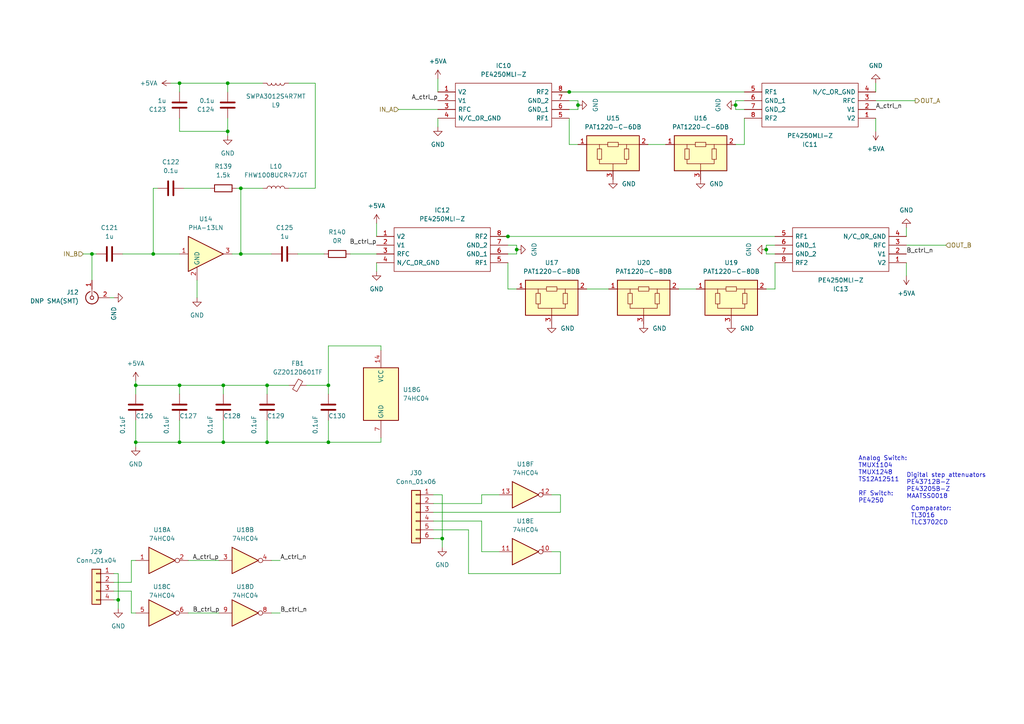
<source format=kicad_sch>
(kicad_sch (version 20211123) (generator eeschema)
  (paper "A4")
  (lib_symbols
    (symbol "74xx:74HC04"
      (property "Reference" "U" (at 0 1.27 0))
      (property "Value" "74HC04" (at 0 -1.27 0))
      (symbol "74HC04_1_0"
        (polyline (pts (xy -3.81 3.81) (xy -3.81 -3.81) (xy 3.81 0) (xy -3.81 3.81)) (stroke (width 0.254)) (fill (type background)))
        (pin input line (at -7.62 0 0) (length 3.81) (name "~") (number "1"))
        (pin output inverted (at 7.62 0 180) (length 3.81) (name "~") (number "2"))
      )
      (symbol "74HC04_2_0"
        (polyline (pts (xy -3.81 3.81) (xy -3.81 -3.81) (xy 3.81 0) (xy -3.81 3.81)) (stroke (width 0.254)) (fill (type background)))
        (pin input line (at -7.62 0 0) (length 3.81) (name "~") (number "3"))
        (pin output inverted (at 7.62 0 180) (length 3.81) (name "~") (number "4"))
      )
      (symbol "74HC04_3_0"
        (polyline (pts (xy -3.81 3.81) (xy -3.81 -3.81) (xy 3.81 0) (xy -3.81 3.81)) (stroke (width 0.254)) (fill (type background)))
        (pin input line (at -7.62 0 0) (length 3.81) (name "~") (number "5"))
        (pin output inverted (at 7.62 0 180) (length 3.81) (name "~") (number "6"))
      )
      (symbol "74HC04_4_0"
        (polyline (pts (xy -3.81 3.81) (xy -3.81 -3.81) (xy 3.81 0) (xy -3.81 3.81)) (stroke (width 0.254)) (fill (type background)))
        (pin output inverted (at 7.62 0 180) (length 3.81) (name "~") (number "8"))
        (pin input line (at -7.62 0 0) (length 3.81) (name "~") (number "9"))
      )
      (symbol "74HC04_5_0"
        (polyline (pts (xy -3.81 3.81) (xy -3.81 -3.81) (xy 3.81 0) (xy -3.81 3.81)) (stroke (width 0.254)) (fill (type background)))
        (pin output inverted (at 7.62 0 180) (length 3.81) (name "~") (number "10"))
        (pin input line (at -7.62 0 0) (length 3.81) (name "~") (number "11"))
      )
      (symbol "74HC04_6_0"
        (polyline (pts (xy -3.81 3.81) (xy -3.81 -3.81) (xy 3.81 0) (xy -3.81 3.81)) (stroke (width 0.254)) (fill (type background)))
        (pin output inverted (at 7.62 0 180) (length 3.81) (name "~") (number "12"))
        (pin input line (at -7.62 0 0) (length 3.81) (name "~") (number "13"))
      )
      (symbol "74HC04_7_0"
        (pin power_in line (at 0 12.7 270) (length 5.08) (name "VCC") (number "14"))
        (pin power_in line (at 0 -12.7 90) (length 5.08) (name "GND") (number "7"))
      )
      (symbol "74HC04_7_1"
        (rectangle (start -5.08 7.62) (end 5.08 -7.62) (stroke (width 0.254)) (fill (type background)))
      )
    )
    (symbol "Connector:Conn_Coaxial" (pin_names (offset 1.016) hide)
      (property "Reference" "J" (at 0.254 3.048 0))
      (property "Value" "Conn_Coaxial" (at 2.921 0 90))
      (symbol "Conn_Coaxial_0_1"
        (arc (start -1.778 -0.508) (mid 0.2311 -1.8066) (end 1.778 0) (stroke (width 0.254)))
        (polyline (pts (xy -2.54 0) (xy -0.508 0)))
        (polyline (pts (xy 0 -2.54) (xy 0 -1.778)))
        (circle (center 0 0) (radius 0.508) (stroke (width 0.2032)))
        (arc (start 1.778 0) (mid 0.2099 1.8101) (end -1.778 0.508) (stroke (width 0.254)))
      )
      (symbol "Conn_Coaxial_1_1"
        (pin passive line (at -5.08 0 0) (length 2.54) (name "In") (number "1"))
        (pin passive line (at 0 -5.08 90) (length 2.54) (name "Ext") (number "2"))
      )
    )
    (symbol "Connector_Generic:Conn_01x04" (pin_names (offset 1.016) hide)
      (property "Reference" "J" (at 0 5.08 0))
      (property "Value" "Conn_01x04" (at 0 -7.62 0))
      (symbol "Conn_01x04_1_1"
        (rectangle (start -1.27 -4.953) (end 0 -5.207) (stroke (width 0.1524)))
        (rectangle (start -1.27 -2.413) (end 0 -2.667) (stroke (width 0.1524)))
        (rectangle (start -1.27 0.127) (end 0 -0.127) (stroke (width 0.1524)))
        (rectangle (start -1.27 2.667) (end 0 2.413) (stroke (width 0.1524)))
        (rectangle (start -1.27 3.81) (end 1.27 -6.35) (stroke (width 0.254)) (fill (type background)))
        (pin passive line (at -5.08 2.54 0) (length 3.81) (name "Pin_1") (number "1"))
        (pin passive line (at -5.08 0 0) (length 3.81) (name "Pin_2") (number "2"))
        (pin passive line (at -5.08 -2.54 0) (length 3.81) (name "Pin_3") (number "3"))
        (pin passive line (at -5.08 -5.08 0) (length 3.81) (name "Pin_4") (number "4"))
      )
    )
    (symbol "Connector_Generic:Conn_01x06" (pin_names (offset 1.016) hide)
      (property "Reference" "J" (at 0 7.62 0))
      (property "Value" "Conn_01x06" (at 0 -10.16 0))
      (symbol "Conn_01x06_1_1"
        (rectangle (start -1.27 -7.493) (end 0 -7.747) (stroke (width 0.1524)))
        (rectangle (start -1.27 -4.953) (end 0 -5.207) (stroke (width 0.1524)))
        (rectangle (start -1.27 -2.413) (end 0 -2.667) (stroke (width 0.1524)))
        (rectangle (start -1.27 0.127) (end 0 -0.127) (stroke (width 0.1524)))
        (rectangle (start -1.27 2.667) (end 0 2.413) (stroke (width 0.1524)))
        (rectangle (start -1.27 5.207) (end 0 4.953) (stroke (width 0.1524)))
        (rectangle (start -1.27 6.35) (end 1.27 -8.89) (stroke (width 0.254)) (fill (type background)))
        (pin passive line (at -5.08 5.08 0) (length 3.81) (name "Pin_1") (number "1"))
        (pin passive line (at -5.08 2.54 0) (length 3.81) (name "Pin_2") (number "2"))
        (pin passive line (at -5.08 0 0) (length 3.81) (name "Pin_3") (number "3"))
        (pin passive line (at -5.08 -2.54 0) (length 3.81) (name "Pin_4") (number "4"))
        (pin passive line (at -5.08 -5.08 0) (length 3.81) (name "Pin_5") (number "5"))
        (pin passive line (at -5.08 -7.62 0) (length 3.81) (name "Pin_6") (number "6"))
      )
    )
    (symbol "Device:C" (pin_numbers hide) (pin_names (offset 0.254))
      (property "Reference" "C" (at 0.635 2.54 0))
      (property "Value" "C" (at 0.635 -2.54 0))
      (symbol "C_0_1"
        (polyline (pts (xy -2.032 -0.762) (xy 2.032 -0.762)) (stroke (width 0.508)))
        (polyline (pts (xy -2.032 0.762) (xy 2.032 0.762)) (stroke (width 0.508)))
      )
      (symbol "C_1_1"
        (pin passive line (at 0 3.81 270) (length 2.794) (name "~") (number "1"))
        (pin passive line (at 0 -3.81 90) (length 2.794) (name "~") (number "2"))
      )
    )
    (symbol "Device:FerriteBead_Small" (pin_numbers hide) (pin_names (offset 0))
      (property "Reference" "FB" (at 1.905 1.27 0))
      (property "Value" "FerriteBead_Small" (at 1.905 -1.27 0))
      (symbol "FerriteBead_Small_0_1"
        (polyline (pts (xy 0 -1.27) (xy 0 -0.7874)))
        (polyline (pts (xy 0 0.889) (xy 0 1.2954)))
        (polyline (pts (xy -1.8288 0.2794) (xy -1.1176 1.4986) (xy 1.8288 -0.2032) (xy 1.1176 -1.4224) (xy -1.8288 0.2794)))
      )
      (symbol "FerriteBead_Small_1_1"
        (pin passive line (at 0 2.54 270) (length 1.27) (name "~") (number "1"))
        (pin passive line (at 0 -2.54 90) (length 1.27) (name "~") (number "2"))
      )
    )
    (symbol "Device:L" (pin_numbers hide) (pin_names (offset 1.016) hide)
      (property "Reference" "L" (at -1.27 0 90))
      (property "Value" "L" (at 1.905 0 90))
      (symbol "L_0_1"
        (arc (start 0 -2.54) (mid 0.635 -1.905) (end 0 -1.27))
        (arc (start 0 -1.27) (mid 0.635 -0.635) (end 0 0))
        (arc (start 0 0) (mid 0.635 0.635) (end 0 1.27))
        (arc (start 0 1.27) (mid 0.635 1.905) (end 0 2.54))
      )
      (symbol "L_1_1"
        (pin passive line (at 0 3.81 270) (length 1.27) (name "1") (number "1"))
        (pin passive line (at 0 -3.81 90) (length 1.27) (name "2") (number "2"))
      )
    )
    (symbol "Device:R" (pin_numbers hide) (pin_names (offset 0))
      (property "Reference" "R" (at 2.032 0 90))
      (property "Value" "R" (at 0 0 90))
      (symbol "R_0_1"
        (rectangle (start -1.016 -2.54) (end 1.016 2.54) (stroke (width 0.254)))
      )
      (symbol "R_1_1"
        (pin passive line (at 0 3.81 270) (length 1.27) (name "~") (number "1"))
        (pin passive line (at 0 -3.81 90) (length 1.27) (name "~") (number "2"))
      )
    )
    (symbol "RF:PAT1220-C-6DB"
      (property "Reference" "U" (at -6.35 6.35 0))
      (property "Value" "PAT1220-C-6DB" (at 5.08 6.35 0))
      (symbol "PAT1220-C-6DB_0_1"
        (rectangle (start -7.62 5.08) (end 7.62 -5.08) (stroke (width 0.254)) (fill (type background)))
        (polyline (pts (xy -3.937 -3.048) (xy 3.937 -3.048)))
        (polyline (pts (xy -3.937 1.27) (xy -3.937 2.54)))
        (polyline (pts (xy -1.524 2.54) (xy -7.62 2.54)))
        (polyline (pts (xy 0 -5.08) (xy 0 -3.048)))
        (polyline (pts (xy 3.937 1.27) (xy 3.937 2.54)))
        (pin passive line (at 0 -7.62 90) (length 2.54) (name "~") (number "3"))
      )
      (symbol "PAT1220-C-6DB_1_1"
        (rectangle (start -4.572 -1.778) (end -3.302 1.27))
        (rectangle (start -1.524 3.175) (end 1.524 1.905))
        (polyline (pts (xy -3.937 -3.048) (xy -3.937 -1.778)))
        (polyline (pts (xy 3.937 -3.048) (xy 3.937 -1.778)))
        (polyline (pts (xy 7.62 2.54) (xy 1.524 2.54)))
        (rectangle (start 3.302 -1.778) (end 4.572 1.27))
        (pin passive line (at -10.16 2.54 0) (length 2.54) (name "~") (number "1"))
        (pin passive line (at 10.16 2.54 180) (length 2.54) (name "~") (number "2"))
      )
    )
    (symbol "RF_Amplifier:PHA-13LN"
      (property "Reference" "U" (at -1.27 7.62 0))
      (property "Value" "PHA-13LN" (at 2.54 5.08 0))
      (symbol "PHA-13LN_0_1"
        (polyline (pts (xy 5.08 0) (xy -5.08 5.08) (xy -5.08 -5.08) (xy 5.08 0)) (stroke (width 0.254)) (fill (type background)))
      )
      (symbol "PHA-13LN_1_1"
        (pin input line (at -7.62 0 0) (length 2.54) (name "~") (number "1"))
        (pin power_in line (at -2.54 -7.62 90) (length 3.81) (name "GND") (number "2"))
        (pin output line (at 7.62 0 180) (length 2.54) (name "~") (number "3"))
      )
    )
    (symbol "SamacSys_Parts:PE4250MLI-Z" (pin_names (offset 0.762))
      (property "Reference" "IC" (at 34.29 7.62 0))
      (property "Value" "PE4250MLI-Z" (at 34.29 5.08 0))
      (symbol "PE4250MLI-Z_0_0"
        (pin passive line (at 0 0 0) (length 5.08) (name "V2") (number "1"))
        (pin passive line (at 0 -2.54 0) (length 5.08) (name "V1") (number "2"))
        (pin passive line (at 0 -5.08 0) (length 5.08) (name "RFC") (number "3"))
        (pin passive line (at 0 -7.62 0) (length 5.08) (name "N/C_OR_GND") (number "4"))
        (pin passive line (at 38.1 -7.62 180) (length 5.08) (name "RF1") (number "5"))
        (pin passive line (at 38.1 -5.08 180) (length 5.08) (name "GND_1") (number "6"))
        (pin passive line (at 38.1 -2.54 180) (length 5.08) (name "GND_2") (number "7"))
        (pin passive line (at 38.1 0 180) (length 5.08) (name "RF2") (number "8"))
      )
      (symbol "PE4250MLI-Z_0_1"
        (polyline (pts (xy 5.08 2.54) (xy 33.02 2.54) (xy 33.02 -10.16) (xy 5.08 -10.16) (xy 5.08 2.54)) (stroke (width 0.1524)))
      )
    )
    (symbol "power:+5VA" (power) (pin_names (offset 0))
      (property "Value" "+5VA" (at 0 3.556 0))
      (symbol "+5VA_0_1"
        (polyline (pts (xy -0.762 1.27) (xy 0 2.54)))
        (polyline (pts (xy 0 0) (xy 0 2.54)))
        (polyline (pts (xy 0 2.54) (xy 0.762 1.27)))
      )
      (symbol "+5VA_1_1"
        (pin power_in line (at 0 0 90) (length 0) hide (name "+5VA") (number "1"))
      )
    )
    (symbol "power:GND" (power) (pin_names (offset 0))
      (property "Value" "GND" (at 0 -3.81 0))
      (symbol "GND_0_1"
        (polyline (pts (xy 0 0) (xy 0 -1.27) (xy 1.27 -1.27) (xy 0 -2.54) (xy -1.27 -1.27) (xy 0 -1.27)))
      )
      (symbol "GND_1_1"
        (pin power_in line (at 0 0 270) (length 0) hide (name "GND") (number "1"))
      )
    )
  )
  (junction (at 64.77 128.27))
  (junction (at 77.47 111.76))
  (junction (at 34.29 173.99))
  (junction (at 52.07 24.13))
  (junction (at 167.64 30.48))
  (junction (at 39.37 128.27))
  (junction (at 64.77 111.76))
  (junction (at 95.25 111.76))
  (junction (at 69.85 54.61))
  (junction (at 222.25 72.39))
  (junction (at 52.07 128.27))
  (junction (at 52.07 111.76))
  (junction (at 39.37 111.76))
  (junction (at 44.45 73.66))
  (junction (at 165.1 26.67))
  (junction (at 213.36 30.48))
  (junction (at 66.04 38.1))
  (junction (at 26.67 73.66))
  (junction (at 77.47 128.27))
  (junction (at 66.04 24.13))
  (junction (at 95.25 128.27))
  (junction (at 69.85 73.66))
  (junction (at 128.27 156.21))
  (junction (at 147.32 68.58))
  (junction (at 149.86 72.39))
  (wire (pts (xy 64.77 111.76) (xy 52.07 111.76)))
  (wire (pts (xy 38.1 177.8) (xy 39.37 177.8)))
  (wire (pts (xy 39.37 121.92) (xy 39.37 128.27)))
  (wire (pts (xy 149.86 71.12) (xy 149.86 72.39)))
  (wire (pts (xy 54.61 162.56) (xy 63.5 162.56)))
  (wire (pts (xy 224.79 73.66) (xy 222.25 73.66)))
  (wire (pts (xy 95.25 128.27) (xy 110.49 128.27)))
  (wire (pts (xy 38.1 171.45) (xy 38.1 177.8)))
  (wire (pts (xy 147.32 83.82) (xy 149.86 83.82)))
  (wire (pts (xy 66.04 39.37) (xy 66.04 38.1)))
  (wire (pts (xy 44.45 54.61) (xy 45.72 54.61)))
  (wire (pts (xy 26.67 81.28) (xy 26.67 73.66)))
  (wire (pts (xy 69.85 54.61) (xy 69.85 73.66)))
  (wire (pts (xy 39.37 111.76) (xy 39.37 114.3)))
  (wire (pts (xy 44.45 73.66) (xy 44.45 54.61)))
  (wire (pts (xy 139.7 143.51) (xy 139.7 146.05)))
  (wire (pts (xy 274.32 71.12) (xy 262.89 71.12)))
  (wire (pts (xy 165.1 29.21) (xy 167.64 29.21)))
  (wire (pts (xy 52.07 73.66) (xy 44.45 73.66)))
  (wire (pts (xy 57.15 86.36) (xy 57.15 81.28)))
  (wire (pts (xy 77.47 121.92) (xy 77.47 128.27)))
  (wire (pts (xy 128.27 158.75) (xy 128.27 156.21)))
  (wire (pts (xy 76.2 54.61) (xy 69.85 54.61)))
  (wire (pts (xy 77.47 114.3) (xy 77.47 111.76)))
  (wire (pts (xy 101.6 73.66) (xy 109.22 73.66)))
  (wire (pts (xy 33.02 171.45) (xy 38.1 171.45)))
  (wire (pts (xy 139.7 146.05) (xy 125.73 146.05)))
  (wire (pts (xy 52.07 121.92) (xy 52.07 128.27)))
  (wire (pts (xy 64.77 121.92) (xy 64.77 128.27)))
  (wire (pts (xy 125.73 153.67) (xy 135.89 153.67)))
  (wire (pts (xy 64.77 128.27) (xy 52.07 128.27)))
  (wire (pts (xy 39.37 110.49) (xy 39.37 111.76)))
  (wire (pts (xy 139.7 160.02) (xy 139.7 151.13)))
  (wire (pts (xy 135.89 153.67) (xy 135.89 166.37)))
  (wire (pts (xy 162.56 160.02) (xy 162.56 166.37)))
  (wire (pts (xy 91.44 54.61) (xy 83.82 54.61)))
  (wire (pts (xy 38.1 162.56) (xy 39.37 162.56)))
  (wire (pts (xy 68.58 54.61) (xy 69.85 54.61)))
  (wire (pts (xy 222.25 71.12) (xy 222.25 72.39)))
  (wire (pts (xy 224.79 83.82) (xy 222.25 83.82)))
  (wire (pts (xy 33.02 86.36) (xy 31.75 86.36)))
  (wire (pts (xy 91.44 24.13) (xy 83.82 24.13)))
  (wire (pts (xy 127 36.83) (xy 127 34.29)))
  (wire (pts (xy 26.67 73.66) (xy 27.94 73.66)))
  (wire (pts (xy 160.02 160.02) (xy 162.56 160.02)))
  (wire (pts (xy 86.36 73.66) (xy 93.98 73.66)))
  (wire (pts (xy 162.56 143.51) (xy 160.02 143.51)))
  (wire (pts (xy 39.37 128.27) (xy 39.37 129.54)))
  (wire (pts (xy 91.44 24.13) (xy 91.44 54.61)))
  (wire (pts (xy 34.29 166.37) (xy 34.29 173.99)))
  (wire (pts (xy 81.28 177.8) (xy 78.74 177.8)))
  (wire (pts (xy 38.1 162.56) (xy 38.1 168.91)))
  (wire (pts (xy 262.89 80.01) (xy 262.89 76.2)))
  (wire (pts (xy 83.82 111.76) (xy 77.47 111.76)))
  (wire (pts (xy 63.5 177.8) (xy 54.61 177.8)))
  (wire (pts (xy 125.73 143.51) (xy 128.27 143.51)))
  (wire (pts (xy 224.79 71.12) (xy 222.25 71.12)))
  (wire (pts (xy 52.07 128.27) (xy 39.37 128.27)))
  (wire (pts (xy 52.07 38.1) (xy 52.07 34.29)))
  (wire (pts (xy 66.04 24.13) (xy 76.2 24.13)))
  (wire (pts (xy 254 38.1) (xy 254 34.29)))
  (wire (pts (xy 149.86 73.66) (xy 149.86 72.39)))
  (wire (pts (xy 265.43 29.21) (xy 254 29.21)))
  (wire (pts (xy 95.25 128.27) (xy 77.47 128.27)))
  (wire (pts (xy 115.57 31.75) (xy 127 31.75)))
  (wire (pts (xy 52.07 114.3) (xy 52.07 111.76)))
  (wire (pts (xy 77.47 128.27) (xy 64.77 128.27)))
  (wire (pts (xy 24.13 73.66) (xy 26.67 73.66)))
  (wire (pts (xy 110.49 100.33) (xy 95.25 100.33)))
  (wire (pts (xy 81.28 162.56) (xy 78.74 162.56)))
  (wire (pts (xy 49.53 24.13) (xy 52.07 24.13)))
  (wire (pts (xy 165.1 31.75) (xy 167.64 31.75)))
  (wire (pts (xy 165.1 34.29) (xy 165.1 41.91)))
  (wire (pts (xy 167.64 31.75) (xy 167.64 30.48)))
  (wire (pts (xy 34.29 176.53) (xy 34.29 173.99)))
  (wire (pts (xy 95.25 121.92) (xy 95.25 128.27)))
  (wire (pts (xy 196.85 83.82) (xy 201.93 83.82)))
  (wire (pts (xy 147.32 71.12) (xy 149.86 71.12)))
  (wire (pts (xy 52.07 24.13) (xy 66.04 24.13)))
  (wire (pts (xy 127 22.86) (xy 127 26.67)))
  (wire (pts (xy 167.64 29.21) (xy 167.64 30.48)))
  (wire (pts (xy 66.04 26.67) (xy 66.04 24.13)))
  (wire (pts (xy 147.32 68.58) (xy 224.79 68.58)))
  (wire (pts (xy 139.7 151.13) (xy 125.73 151.13)))
  (wire (pts (xy 60.96 54.61) (xy 53.34 54.61)))
  (wire (pts (xy 254 24.13) (xy 254 26.67)))
  (wire (pts (xy 162.56 26.67) (xy 165.1 26.67)))
  (wire (pts (xy 88.9 111.76) (xy 95.25 111.76)))
  (wire (pts (xy 147.32 76.2) (xy 147.32 83.82)))
  (wire (pts (xy 66.04 38.1) (xy 52.07 38.1)))
  (wire (pts (xy 125.73 148.59) (xy 162.56 148.59)))
  (wire (pts (xy 52.07 111.76) (xy 39.37 111.76)))
  (wire (pts (xy 213.36 29.21) (xy 213.36 30.48)))
  (wire (pts (xy 128.27 156.21) (xy 125.73 156.21)))
  (wire (pts (xy 109.22 64.77) (xy 109.22 68.58)))
  (wire (pts (xy 33.02 166.37) (xy 34.29 166.37)))
  (wire (pts (xy 109.22 78.74) (xy 109.22 76.2)))
  (wire (pts (xy 110.49 101.6) (xy 110.49 100.33)))
  (wire (pts (xy 170.18 83.82) (xy 176.53 83.82)))
  (wire (pts (xy 139.7 143.51) (xy 144.78 143.51)))
  (wire (pts (xy 135.89 166.37) (xy 162.56 166.37)))
  (wire (pts (xy 144.78 160.02) (xy 139.7 160.02)))
  (wire (pts (xy 69.85 73.66) (xy 78.74 73.66)))
  (wire (pts (xy 52.07 26.67) (xy 52.07 24.13)))
  (wire (pts (xy 69.85 73.66) (xy 67.31 73.66)))
  (wire (pts (xy 95.25 111.76) (xy 95.25 114.3)))
  (wire (pts (xy 38.1 168.91) (xy 33.02 168.91)))
  (wire (pts (xy 95.25 100.33) (xy 95.25 111.76)))
  (wire (pts (xy 147.32 73.66) (xy 149.86 73.66)))
  (wire (pts (xy 213.36 31.75) (xy 213.36 30.48)))
  (wire (pts (xy 215.9 31.75) (xy 213.36 31.75)))
  (wire (pts (xy 110.49 128.27) (xy 110.49 127)))
  (wire (pts (xy 64.77 114.3) (xy 64.77 111.76)))
  (wire (pts (xy 77.47 111.76) (xy 64.77 111.76)))
  (wire (pts (xy 262.89 66.04) (xy 262.89 68.58)))
  (wire (pts (xy 162.56 148.59) (xy 162.56 143.51)))
  (wire (pts (xy 128.27 143.51) (xy 128.27 156.21)))
  (wire (pts (xy 66.04 38.1) (xy 66.04 34.29)))
  (wire (pts (xy 187.96 41.91) (xy 193.04 41.91)))
  (wire (pts (xy 165.1 26.67) (xy 215.9 26.67)))
  (wire (pts (xy 35.56 73.66) (xy 44.45 73.66)))
  (wire (pts (xy 215.9 41.91) (xy 215.9 34.29)))
  (wire (pts (xy 213.36 41.91) (xy 215.9 41.91)))
  (wire (pts (xy 215.9 29.21) (xy 213.36 29.21)))
  (wire (pts (xy 144.78 68.58) (xy 147.32 68.58)))
  (wire (pts (xy 224.79 83.82) (xy 224.79 76.2)))
  (wire (pts (xy 165.1 41.91) (xy 167.64 41.91)))
  (wire (pts (xy 222.25 73.66) (xy 222.25 72.39)))
  (wire (pts (xy 34.29 173.99) (xy 33.02 173.99)))
  (text "Analog Switch:\nTMUX1104\nTMUX1248\nTS12A12511\n\nRF Switch:\nPE4250\n" (at 248.92 146.05 0) (effects (font (size 1.27 1.27)) (justify left bottom)))
  (text "Comparator:\nTL3016\nTLC3702CD\n" (at 264.16 152.4 0) (effects (font (size 1.27 1.27)) (justify left bottom)))
  (text "Digital step attenuators\nPE43712B-Z\nPE43205B-Z\nMAATSS0018" (at 262.89 144.78 0) (effects (font (size 1.27 1.27)) (justify left bottom)))
  (label "B_ctrl_p" (at 109.22 71.12 180))
  (label "A_ctrl_n" (at 254 31.75 0))
  (label "B_ctrl_n" (at 262.89 73.66 0))
  (label "A_ctrl_p" (at 127 29.21 180))
  (label "B_ctrl_n" (at 81.28 177.8 0))
  (label "B_ctrl_p" (at 55.88 177.8 0))
  (label "A_ctrl_n" (at 81.28 162.56 0))
  (label "A_ctrl_p" (at 63.5 162.56 180))
  (hierarchical_label "OUT_A" (shape output) (at 265.43 29.21 0))
  (hierarchical_label "OUT_B" (shape input) (at 274.32 71.12 0))
  (hierarchical_label "IN_B" (shape input) (at 24.13 73.66 180))
  (hierarchical_label "IN_A" (shape input) (at 115.57 31.75 180))
  (symbol (lib_id "Device:C") (at 49.53 54.61 90) (unit 1)
    (property "Reference" "C122" (at 49.53 46.99 90))
    (property "Value" "0.1u" (at 49.53 49.53 90))
    (property "Footprint" "Capacitor_SMD:C_0805_2012Metric" (effects hide))
  )
  (symbol (lib_id "74xx:74HC04") (at 152.4 143.51 0) (unit 6)
    (property "Reference" "U18" (at 152.4 134.62 0))
    (property "Value" "74HC04" (at 152.4 137.16 0))
    (property "Footprint" "Package_SO:SOIC-14_3.9x8.7mm_P1.27mm" (effects hide))
    (property "Datasheet" "https://assets.nexperia.com/documents/data-sheet/74HC_HCT04.pdf" (effects hide))
  )
  (symbol (lib_id "power:GND") (at 262.89 66.04 180) (unit 1)
    (property "Reference" "#PWR0281" (effects hide))
    (property "Value" "GND" (at 262.89 60.96 0))
  )
  (symbol (lib_id "RF:PAT1220-C-6DB") (at 212.09 86.36 0) (unit 1)
    (property "Reference" "U19" (at 212.09 76.2 0))
    (property "Value" "PAT1220-C-8DB" (at 212.09 78.74 0))
    (property "Footprint" "RF_Converter:RF_Attenuator_Susumu_PAT1220" (effects hide))
    (property "Datasheet" "https://www.susumu.co.jp/common/pdf/n_catalog_partition16_en.pdf" (effects hide))
  )
  (symbol (lib_id "Device:C") (at 52.07 30.48 0) (unit 1)
    (property "Reference" "C123" (at 48.26 31.7501 0) (effects (justify right)))
    (property "Value" "1u" (at 48.26 29.2101 0) (effects (justify right)))
    (property "Footprint" "Capacitor_SMD:C_1206_3216Metric" (effects hide))
  )
  (symbol (lib_id "power:+5VA") (at 109.22 64.77 0) (unit 1)
    (property "Reference" "#PWR0304" (effects hide))
    (property "Value" "+5VA" (at 109.22 59.69 0))
  )
  (symbol (lib_id "Device:R") (at 64.77 54.61 90) (unit 1)
    (property "Reference" "R139" (at 64.77 48.26 90))
    (property "Value" "1.5k" (at 64.77 50.8 90))
    (property "Footprint" "Resistor_SMD:R_0805_2012Metric" (effects hide))
  )
  (symbol (lib_id "power:+5VA") (at 254 38.1 180) (unit 1)
    (property "Reference" "#PWR0302" (effects hide))
    (property "Value" "+5VA" (at 254 43.18 0))
  )
  (symbol (lib_id "Device:C") (at 66.04 30.48 0) (unit 1)
    (property "Reference" "C124" (at 62.23 31.7501 0) (effects (justify right)))
    (property "Value" "0.1u" (at 62.23 29.2101 0) (effects (justify right)))
    (property "Footprint" "Capacitor_SMD:C_0603_1608Metric_Pad1.08x0.95mm_HandSolder" (effects hide))
  )
  (symbol (lib_id "Device:C") (at 82.55 73.66 90) (unit 1)
    (property "Reference" "C125" (at 82.55 66.04 90))
    (property "Value" "1u" (at 82.55 68.58 90))
    (property "Footprint" "Capacitor_SMD:C_1206_3216Metric" (effects hide))
  )
  (symbol (lib_id "Device:C") (at 31.75 73.66 90) (unit 1)
    (property "Reference" "C121" (at 31.75 66.04 90))
    (property "Value" "1u" (at 31.75 68.58 90))
    (property "Footprint" "Capacitor_SMD:C_1206_3216Metric" (effects hide))
  )
  (symbol (lib_id "74xx:74HC04") (at 46.99 162.56 0) (unit 1)
    (property "Reference" "U18" (at 46.99 153.67 0))
    (property "Value" "74HC04" (at 46.99 156.21 0))
    (property "Footprint" "Package_SO:SOIC-14_3.9x8.7mm_P1.27mm" (effects hide))
    (property "Datasheet" "https://assets.nexperia.com/documents/data-sheet/74HC_HCT04.pdf" (effects hide))
  )
  (symbol (lib_id "power:GND") (at 212.09 93.98 0) (unit 1)
    (property "Reference" "#PWR0280" (effects hide))
    (property "Value" "GND" (at 214.63 95.2499 0) (effects (justify left)))
  )
  (symbol (lib_id "RF:PAT1220-C-6DB") (at 203.2 44.45 0) (unit 1)
    (property "Reference" "U16" (at 203.2 34.29 0))
    (property "Value" "PAT1220-C-6DB" (at 203.2 36.83 0))
    (property "Footprint" "RF_Converter:RF_Attenuator_Susumu_PAT1220" (effects hide))
    (property "Datasheet" "https://www.susumu.co.jp/common/pdf/n_catalog_partition16_en.pdf" (effects hide))
  )
  (symbol (lib_id "RF:PAT1220-C-6DB") (at 186.69 86.36 0) (unit 1)
    (property "Reference" "U20" (at 186.69 76.2 0))
    (property "Value" "PAT1220-C-8DB" (at 186.69 78.74 0))
    (property "Footprint" "RF_Converter:RF_Attenuator_Susumu_PAT1220" (effects hide))
    (property "Datasheet" "https://www.susumu.co.jp/common/pdf/n_catalog_partition16_en.pdf" (effects hide))
  )
  (symbol (lib_id "74xx:74HC04") (at 71.12 177.8 0) (unit 4)
    (property "Reference" "U18" (at 71.12 170.18 0))
    (property "Value" "74HC04" (at 71.12 172.72 0))
    (property "Footprint" "Package_SO:SOIC-14_3.9x8.7mm_P1.27mm" (effects hide))
    (property "Datasheet" "https://assets.nexperia.com/documents/data-sheet/74HC_HCT04.pdf" (effects hide))
  )
  (symbol (lib_id "Connector_Generic:Conn_01x06") (at 120.65 148.59 0) (mirror y) (unit 1)
    (property "Reference" "J30" (at 120.65 137.16 0))
    (property "Value" "Conn_01x06" (at 120.65 139.7 0))
    (property "Footprint" "Connector_PinHeader_2.54mm:PinHeader_1x06_P2.54mm_Vertical" (effects hide))
  )
  (symbol (lib_id "RF:PAT1220-C-6DB") (at 160.02 86.36 0) (unit 1)
    (property "Reference" "U17" (at 160.02 76.2 0))
    (property "Value" "PAT1220-C-8DB" (at 160.02 78.74 0))
    (property "Footprint" "RF_Converter:RF_Attenuator_Susumu_PAT1220" (effects hide))
    (property "Datasheet" "https://www.susumu.co.jp/common/pdf/n_catalog_partition16_en.pdf" (effects hide))
  )
  (symbol (lib_id "power:GND") (at 39.37 129.54 0) (unit 1)
    (property "Reference" "#PWR0305" (effects hide))
    (property "Value" "GND" (at 39.37 134.62 0))
  )
  (symbol (lib_id "Device:C") (at 64.77 118.11 0) (mirror x) (unit 1)
    (property "Reference" "C128" (at 67.31 120.65 0))
    (property "Value" "0.1uF" (at 60.96 123.19 90))
    (property "Footprint" "Capacitor_SMD:C_0603_1608Metric_Pad1.08x0.95mm_HandSolder" (effects hide))
  )
  (symbol (lib_id "power:+5VA") (at 127 22.86 0) (unit 1)
    (property "Reference" "#PWR0303" (effects hide))
    (property "Value" "+5VA" (at 127 17.78 0))
  )
  (symbol (lib_id "power:GND") (at 203.2 52.07 0) (unit 1)
    (property "Reference" "#PWR0275" (effects hide))
    (property "Value" "GND" (at 205.74 53.3399 0) (effects (justify left)))
  )
  (symbol (lib_id "SamacSys_Parts:PE4250MLI-Z") (at 127 26.67 0) (unit 1)
    (property "Reference" "IC10" (at 146.05 19.05 0))
    (property "Value" "PE4250MLI-Z" (at 146.05 21.59 0))
    (property "Footprint" "SamacSys_Parts:SOP65P488X107-8N" (effects hide))
    (property "Datasheet" "http://www.psemi.com/pdf/datasheets/pe4250ds.pdf" (effects hide))
    (property "Description" "IC RF SWITCH SPDT 50 OHM 8-MSOP" (effects hide))
    (property "Height" "1.066" (effects hide))
    (property "Mouser Part Number" "81-PE4250MLI-Z" (effects hide))
    (property "Mouser Price/Stock" "https://www.mouser.co.uk/ProductDetail/pSemi/PE4250MLI-Z?qs=iw0hurA%2FaD1gJuyls72Zlg%3D%3D" (effects hide))
    (property "Manufacturer_Name" "pSemi" (effects hide))
    (property "Manufacturer_Part_Number" "PE4250MLI-Z" (effects hide))
  )
  (symbol (lib_id "SamacSys_Parts:PE4250MLI-Z") (at 254 34.29 180) (unit 1)
    (property "Reference" "IC11" (at 234.95 41.91 0))
    (property "Value" "PE4250MLI-Z" (at 234.95 39.37 0))
    (property "Footprint" "SamacSys_Parts:SOP65P488X107-8N" (effects hide))
    (property "Datasheet" "http://www.psemi.com/pdf/datasheets/pe4250ds.pdf" (effects hide))
    (property "Description" "IC RF SWITCH SPDT 50 OHM 8-MSOP" (effects hide))
    (property "Height" "1.066" (effects hide))
    (property "Mouser Part Number" "81-PE4250MLI-Z" (effects hide))
    (property "Mouser Price/Stock" "https://www.mouser.co.uk/ProductDetail/pSemi/PE4250MLI-Z?qs=iw0hurA%2FaD1gJuyls72Zlg%3D%3D" (effects hide))
    (property "Manufacturer_Name" "pSemi" (effects hide))
    (property "Manufacturer_Part_Number" "PE4250MLI-Z" (effects hide))
  )
  (symbol (lib_id "Device:FerriteBead_Small") (at 86.36 111.76 90) (unit 1)
    (property "Reference" "FB1" (at 86.36 105.41 90))
    (property "Value" "GZ2012D601TF" (at 86.36 107.95 90))
    (property "Footprint" "Inductor_SMD:L_0805_2012Metric_Pad1.15x1.40mm_HandSolder" (effects hide))
  )
  (symbol (lib_id "Device:L") (at 80.01 24.13 270) (unit 1)
    (property "Reference" "L9" (at 80.01 30.48 90))
    (property "Value" "SWPA3012S4R7MT" (at 80.01 27.94 90))
    (property "Footprint" "Inductor_SMD:L_Taiyo-Yuden_MD-3030" (effects hide))
  )
  (symbol (lib_id "power:GND") (at 57.15 86.36 0) (unit 1)
    (property "Reference" "#PWR0153" (effects hide))
    (property "Value" "GND" (at 57.15 91.44 0))
  )
  (symbol (lib_id "power:GND") (at 186.69 93.98 0) (unit 1)
    (property "Reference" "#PWR0285" (effects hide))
    (property "Value" "GND" (at 189.23 95.2499 0) (effects (justify left)))
  )
  (symbol (lib_id "Connector_Generic:Conn_01x04") (at 27.94 168.91 0) (mirror y) (unit 1)
    (property "Reference" "J29" (at 27.94 160.02 0))
    (property "Value" "Conn_01x04" (at 27.94 162.56 0))
    (property "Footprint" "Connector_PinHeader_2.54mm:PinHeader_1x04_P2.54mm_Vertical" (effects hide))
  )
  (symbol (lib_id "RF:PAT1220-C-6DB") (at 177.8 44.45 0) (unit 1)
    (property "Reference" "U15" (at 177.8 34.29 0))
    (property "Value" "PAT1220-C-6DB" (at 177.8 36.83 0))
    (property "Footprint" "RF_Converter:RF_Attenuator_Susumu_PAT1220" (effects hide))
    (property "Datasheet" "https://www.susumu.co.jp/common/pdf/n_catalog_partition16_en.pdf" (effects hide))
  )
  (symbol (lib_id "power:+5VA") (at 262.89 80.01 180) (unit 1)
    (property "Reference" "#PWR0301" (effects hide))
    (property "Value" "+5VA" (at 262.89 85.09 0))
  )
  (symbol (lib_id "power:GND") (at 128.27 158.75 0) (unit 1)
    (property "Reference" "#PWR0167" (effects hide))
    (property "Value" "GND" (at 128.27 163.83 0))
  )
  (symbol (lib_id "Device:L") (at 80.01 54.61 90) (unit 1)
    (property "Reference" "L10" (at 80.01 48.26 90))
    (property "Value" "FHW1008UCR47JGT" (at 80.01 50.8 90))
    (property "Footprint" "Inductor_SMD:L_1008_2520Metric" (effects hide))
  )
  (symbol (lib_id "Device:C") (at 52.07 118.11 0) (mirror x) (unit 1)
    (property "Reference" "C127" (at 54.61 120.65 0))
    (property "Value" "0.1uF" (at 48.26 123.19 90))
    (property "Footprint" "Capacitor_SMD:C_0603_1608Metric_Pad1.08x0.95mm_HandSolder" (effects hide))
  )
  (symbol (lib_id "Connector:Conn_Coaxial") (at 26.67 86.36 90) (mirror x) (unit 1)
    (property "Reference" "J12" (at 22.86 84.7724 90) (effects (justify left)))
    (property "Value" "DNP SMA(SMT)" (at 22.86 87.3124 90) (effects (justify left)))
    (property "Footprint" "Connector_Coaxial:SMA_Amphenol_132134-10_Vertical" (effects hide))
    (property "Datasheet" " ~" (effects hide))
  )
  (symbol (lib_id "power:GND") (at 254 24.13 180) (unit 1)
    (property "Reference" "#PWR0272" (effects hide))
    (property "Value" "GND" (at 254 19.05 0))
  )
  (symbol (lib_id "74xx:74HC04") (at 110.49 114.3 0) (unit 7)
    (property "Reference" "U18" (at 116.84 113.0299 0) (effects (justify left)))
    (property "Value" "74HC04" (at 116.84 115.5699 0) (effects (justify left)))
    (property "Footprint" "Package_SO:SOIC-14_3.9x8.7mm_P1.27mm" (effects hide))
    (property "Datasheet" "https://assets.nexperia.com/documents/data-sheet/74HC_HCT04.pdf" (effects hide))
  )
  (symbol (lib_id "power:GND") (at 127 36.83 0) (unit 1)
    (property "Reference" "#PWR0224" (effects hide))
    (property "Value" "GND" (at 127 41.91 0))
  )
  (symbol (lib_id "power:+5VA") (at 39.37 110.49 0) (unit 1)
    (property "Reference" "#PWR0306" (effects hide))
    (property "Value" "+5VA" (at 39.37 105.41 0))
  )
  (symbol (lib_id "74xx:74HC04") (at 71.12 162.56 0) (unit 2)
    (property "Reference" "U18" (at 71.12 153.67 0))
    (property "Value" "74HC04" (at 71.12 156.21 0))
    (property "Footprint" "Package_SO:SOIC-14_3.9x8.7mm_P1.27mm" (effects hide))
    (property "Datasheet" "https://assets.nexperia.com/documents/data-sheet/74HC_HCT04.pdf" (effects hide))
  )
  (symbol (lib_id "RF_Amplifier:PHA-13LN") (at 59.69 73.66 0) (unit 1)
    (property "Reference" "U14" (at 59.69 63.5 0))
    (property "Value" "PHA-13LN" (at 59.69 66.04 0))
    (property "Footprint" "Package_TO_SOT_SMD:SOT-89-3" (effects hide))
    (property "Datasheet" "https://www.minicircuits.com/pdfs/PHA-13LN+.pdf" (effects hide))
  )
  (symbol (lib_id "74xx:74HC04") (at 46.99 177.8 0) (unit 3)
    (property "Reference" "U18" (at 46.99 170.18 0))
    (property "Value" "74HC04" (at 46.99 172.72 0))
    (property "Datasheet" "https://assets.nexperia.com/documents/data-sheet/74HC_HCT04.pdf" (effects hide))
  )
  (symbol (lib_id "power:GND") (at 66.04 39.37 0) (unit 1)
    (property "Reference" "#PWR0163" (effects hide))
    (property "Value" "GND" (at 66.04 44.45 0))
  )
  (symbol (lib_id "power:GND") (at 213.36 30.48 270) (unit 1)
    (property "Reference" "#PWR0274" (effects hide))
    (property "Value" "GND" (at 208.28 30.48 0))
  )
  (symbol (lib_id "power:GND") (at 34.29 176.53 0) (unit 1)
    (property "Reference" "#PWR0168" (effects hide))
    (property "Value" "GND" (at 34.29 181.61 0))
  )
  (symbol (lib_id "power:GND") (at 33.02 86.36 90) (unit 1)
    (property "Reference" "#PWR0286" (effects hide))
    (property "Value" "GND" (at 33.02 88.9 0) (effects (justify right)))
  )
  (symbol (lib_id "Device:C") (at 77.47 118.11 0) (mirror x) (unit 1)
    (property "Reference" "C129" (at 80.01 120.65 0))
    (property "Value" "0.1uF" (at 73.66 123.19 90))
    (property "Footprint" "Capacitor_SMD:C_0603_1608Metric_Pad1.08x0.95mm_HandSolder" (effects hide))
  )
  (symbol (lib_id "power:GND") (at 160.02 93.98 0) (unit 1)
    (property "Reference" "#PWR0279" (effects hide))
    (property "Value" "GND" (at 162.56 95.2499 0) (effects (justify left)))
  )
  (symbol (lib_id "Device:C") (at 95.25 118.11 0) (mirror x) (unit 1)
    (property "Reference" "C130" (at 97.79 120.65 0))
    (property "Value" "0.1uF" (at 91.44 123.19 90))
    (property "Footprint" "Capacitor_SMD:C_0805_2012Metric" (effects hide))
  )
  (symbol (lib_id "power:GND") (at 177.8 52.07 0) (unit 1)
    (property "Reference" "#PWR0273" (effects hide))
    (property "Value" "GND" (at 180.34 53.3399 0) (effects (justify left)))
  )
  (symbol (lib_id "power:GND") (at 149.86 72.39 90) (unit 1)
    (property "Reference" "#PWR0276" (effects hide))
    (property "Value" "GND" (at 154.94 72.39 0))
  )
  (symbol (lib_id "power:GND") (at 222.25 72.39 270) (unit 1)
    (property "Reference" "#PWR0278" (effects hide))
    (property "Value" "GND" (at 217.17 72.39 0))
  )
  (symbol (lib_id "SamacSys_Parts:PE4250MLI-Z") (at 109.22 68.58 0) (unit 1)
    (property "Reference" "IC12" (at 128.27 60.96 0))
    (property "Value" "PE4250MLI-Z" (at 128.27 63.5 0))
    (property "Footprint" "SamacSys_Parts:SOP65P488X107-8N" (effects hide))
    (property "Datasheet" "http://www.psemi.com/pdf/datasheets/pe4250ds.pdf" (effects hide))
    (property "Description" "IC RF SWITCH SPDT 50 OHM 8-MSOP" (effects hide))
    (property "Height" "1.066" (effects hide))
    (property "Mouser Part Number" "81-PE4250MLI-Z" (effects hide))
    (property "Mouser Price/Stock" "https://www.mouser.co.uk/ProductDetail/pSemi/PE4250MLI-Z?qs=iw0hurA%2FaD1gJuyls72Zlg%3D%3D" (effects hide))
    (property "Manufacturer_Name" "pSemi" (effects hide))
    (property "Manufacturer_Part_Number" "PE4250MLI-Z" (effects hide))
  )
  (symbol (lib_id "power:GND") (at 167.64 30.48 90) (unit 1)
    (property "Reference" "#PWR0252" (effects hide))
    (property "Value" "GND" (at 172.72 30.48 0))
  )
  (symbol (lib_id "74xx:74HC04") (at 152.4 160.02 0) (unit 5)
    (property "Reference" "U18" (at 152.4 151.13 0))
    (property "Value" "74HC04" (at 152.4 153.67 0))
    (property "Footprint" "Package_SO:SOIC-14_3.9x8.7mm_P1.27mm" (effects hide))
    (property "Datasheet" "https://assets.nexperia.com/documents/data-sheet/74HC_HCT04.pdf" (effects hide))
  )
  (symbol (lib_id "power:GND") (at 109.22 78.74 0) (unit 1)
    (property "Reference" "#PWR0277" (effects hide))
    (property "Value" "GND" (at 109.22 83.82 0))
  )
  (symbol (lib_id "SamacSys_Parts:PE4250MLI-Z") (at 262.89 76.2 180) (unit 1)
    (property "Reference" "IC13" (at 243.84 83.82 0))
    (property "Value" "PE4250MLI-Z" (at 243.84 81.28 0))
    (property "Footprint" "SamacSys_Parts:SOP65P488X107-8N" (effects hide))
    (property "Datasheet" "http://www.psemi.com/pdf/datasheets/pe4250ds.pdf" (effects hide))
    (property "Description" "IC RF SWITCH SPDT 50 OHM 8-MSOP" (effects hide))
    (property "Height" "1.066" (effects hide))
    (property "Mouser Part Number" "81-PE4250MLI-Z" (effects hide))
    (property "Mouser Price/Stock" "https://www.mouser.co.uk/ProductDetail/pSemi/PE4250MLI-Z?qs=iw0hurA%2FaD1gJuyls72Zlg%3D%3D" (effects hide))
    (property "Manufacturer_Name" "pSemi" (effects hide))
    (property "Manufacturer_Part_Number" "PE4250MLI-Z" (effects hide))
  )
  (symbol (lib_id "power:+5VA") (at 49.53 24.13 90) (unit 1)
    (property "Reference" "#PWR0284" (effects hide))
    (property "Value" "+5VA" (at 45.72 24.1301 90) (effects (justify left)))
  )
  (symbol (lib_id "Device:R") (at 97.79 73.66 90) (unit 1)
    (property "Reference" "R140" (at 97.79 67.31 90))
    (property "Value" "0R" (at 97.79 69.85 90))
    (property "Footprint" "Resistor_SMD:R_0805_2012Metric" (effects hide))
  )
  (symbol (lib_id "Device:C") (at 39.37 118.11 0) (mirror x) (unit 1)
    (property "Reference" "C126" (at 41.91 120.65 0))
    (property "Value" "0.1uF" (at 35.56 123.19 90))
    (property "Footprint" "Capacitor_SMD:C_0603_1608Metric_Pad1.08x0.95mm_HandSolder" (effects hide))
  )
)
</source>
